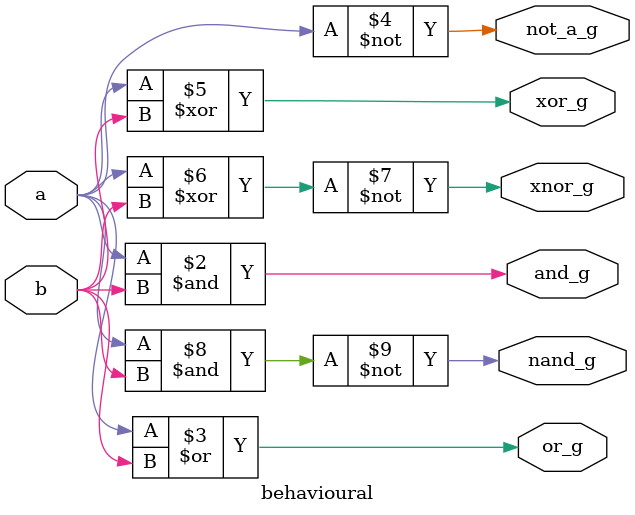
<source format=v>
`timescale 1ns / 1ps

module behavioural(a,b,and_g,or_g,not_a_g,xor_g,xnor_g,nand_g);
	input a,b;
	output reg and_g,or_g,not_a_g,xor_g,xnor_g,nand_g;
	
	always @(*)
		begin
			and_g = a&b;
			or_g  = a|b;
			not_a_g = ~a;
			xor_g = a^b ;
			xnor_g = ~(a^b);
			nand_g = ~(a&b);
		end
endmodule


</source>
